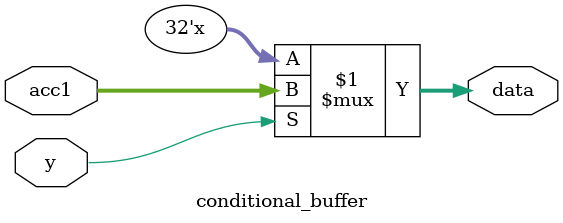
<source format=v>
module conditional_buffer(
    input wire [31:0] acc1,  // Input data
    input wire y,            // Control signal
    output wire [31:0] data  // Output data
);

assign data = y ? acc1 : 32'bz;  // Conditional output based on 'y'

endmodule

</source>
